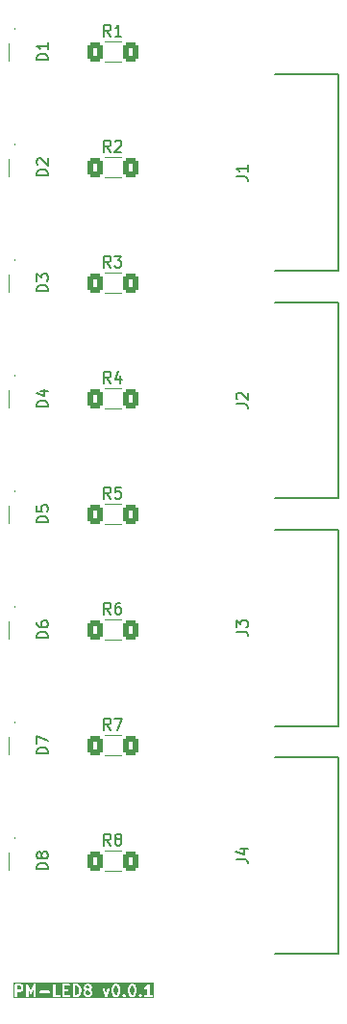
<source format=gbr>
%TF.GenerationSoftware,KiCad,Pcbnew,8.0.3-8.0.3-0~ubuntu22.04.1*%
%TF.CreationDate,2024-10-28T10:58:27+03:00*%
%TF.ProjectId,PM-LED8,504d2d4c-4544-4382-9e6b-696361645f70,rev?*%
%TF.SameCoordinates,Original*%
%TF.FileFunction,Legend,Top*%
%TF.FilePolarity,Positive*%
%FSLAX46Y46*%
G04 Gerber Fmt 4.6, Leading zero omitted, Abs format (unit mm)*
G04 Created by KiCad (PCBNEW 8.0.3-8.0.3-0~ubuntu22.04.1) date 2024-10-28 10:58:27*
%MOMM*%
%LPD*%
G01*
G04 APERTURE LIST*
G04 Aperture macros list*
%AMRoundRect*
0 Rectangle with rounded corners*
0 $1 Rounding radius*
0 $2 $3 $4 $5 $6 $7 $8 $9 X,Y pos of 4 corners*
0 Add a 4 corners polygon primitive as box body*
4,1,4,$2,$3,$4,$5,$6,$7,$8,$9,$2,$3,0*
0 Add four circle primitives for the rounded corners*
1,1,$1+$1,$2,$3*
1,1,$1+$1,$4,$5*
1,1,$1+$1,$6,$7*
1,1,$1+$1,$8,$9*
0 Add four rect primitives between the rounded corners*
20,1,$1+$1,$2,$3,$4,$5,0*
20,1,$1+$1,$4,$5,$6,$7,0*
20,1,$1+$1,$6,$7,$8,$9,0*
20,1,$1+$1,$8,$9,$2,$3,0*%
G04 Aperture macros list end*
%ADD10C,0.200000*%
%ADD11C,0.150000*%
%ADD12C,0.152400*%
%ADD13C,0.100000*%
%ADD14C,0.120000*%
%ADD15R,1.803400X0.635000*%
%ADD16R,2.997200X2.590800*%
%ADD17R,1.410000X0.630000*%
%ADD18R,0.430000X1.070000*%
%ADD19RoundRect,0.250000X-0.400000X-0.625000X0.400000X-0.625000X0.400000X0.625000X-0.400000X0.625000X0*%
%ADD20C,2.200000*%
G04 APERTURE END LIST*
D10*
G36*
X-8179830Y-41495198D02*
G01*
X-8112689Y-41560685D01*
X-8077069Y-41629289D01*
X-8033590Y-41796856D01*
X-8032184Y-41915664D01*
X-8072424Y-42082936D01*
X-8108346Y-42157606D01*
X-8175655Y-42226614D01*
X-8278837Y-42262307D01*
X-8405276Y-42263250D01*
X-8406787Y-41461485D01*
X-8287675Y-41460597D01*
X-8179830Y-41495198D01*
G37*
G36*
X-7137922Y-41918024D02*
G01*
X-7112145Y-41942686D01*
X-7081086Y-42002505D01*
X-7079775Y-42145835D01*
X-7108515Y-42205576D01*
X-7133177Y-42231354D01*
X-7192997Y-42262413D01*
X-7336326Y-42263724D01*
X-7396069Y-42234983D01*
X-7421843Y-42210324D01*
X-7452903Y-42150501D01*
X-7454214Y-42007172D01*
X-7425474Y-41947431D01*
X-7400812Y-41921654D01*
X-7340993Y-41890595D01*
X-7197663Y-41889284D01*
X-7137922Y-41918024D01*
G37*
G36*
X-7137922Y-41489453D02*
G01*
X-7112145Y-41514115D01*
X-7080649Y-41574776D01*
X-7080610Y-41576142D01*
X-7108516Y-41634150D01*
X-7133174Y-41659923D01*
X-7192997Y-41690984D01*
X-7336326Y-41692295D01*
X-7396069Y-41663554D01*
X-7421842Y-41638896D01*
X-7453340Y-41578231D01*
X-7453379Y-41576866D01*
X-7425474Y-41518860D01*
X-7400812Y-41493083D01*
X-7340993Y-41462024D01*
X-7197663Y-41460713D01*
X-7137922Y-41489453D01*
G37*
G36*
X-4709350Y-41489453D02*
G01*
X-4683573Y-41514115D01*
X-4648497Y-41581670D01*
X-4605045Y-41749131D01*
X-4603453Y-41962622D01*
X-4643852Y-42130555D01*
X-4679943Y-42205576D01*
X-4704605Y-42231354D01*
X-4764745Y-42262579D01*
X-4813209Y-42263391D01*
X-4872259Y-42234983D01*
X-4898033Y-42210324D01*
X-4933110Y-42142764D01*
X-4976562Y-41975305D01*
X-4978154Y-41761815D01*
X-4937755Y-41593881D01*
X-4901664Y-41518860D01*
X-4877002Y-41493083D01*
X-4816863Y-41461858D01*
X-4768398Y-41461046D01*
X-4709350Y-41489453D01*
G37*
G36*
X-3280779Y-41489453D02*
G01*
X-3255002Y-41514115D01*
X-3219926Y-41581670D01*
X-3176474Y-41749131D01*
X-3174882Y-41962622D01*
X-3215281Y-42130555D01*
X-3251372Y-42205576D01*
X-3276034Y-42231354D01*
X-3336174Y-42262579D01*
X-3384638Y-42263391D01*
X-3443688Y-42234983D01*
X-3469462Y-42210324D01*
X-3504539Y-42142764D01*
X-3547991Y-41975305D01*
X-3549583Y-41761815D01*
X-3509184Y-41593881D01*
X-3473093Y-41518860D01*
X-3448431Y-41493083D01*
X-3388292Y-41461858D01*
X-3339827Y-41461046D01*
X-3280779Y-41489453D01*
G37*
G36*
X-13185541Y-41489453D02*
G01*
X-13159764Y-41514115D01*
X-13128647Y-41574046D01*
X-13127513Y-41669893D01*
X-13156135Y-41729388D01*
X-13180793Y-41755161D01*
X-13240436Y-41786129D01*
X-13501411Y-41787380D01*
X-13502024Y-41461747D01*
X-13245688Y-41460517D01*
X-13185541Y-41489453D01*
G37*
G36*
X-1438757Y-42573330D02*
G01*
X-13811438Y-42573330D01*
X-13811438Y-41362219D01*
X-13700327Y-41362219D01*
X-13698406Y-42381728D01*
X-13683474Y-42417776D01*
X-13655884Y-42445366D01*
X-13619836Y-42460298D01*
X-13580818Y-42460298D01*
X-13544770Y-42445366D01*
X-13517180Y-42417776D01*
X-13502248Y-42381728D01*
X-13500327Y-42362219D01*
X-13501037Y-41985551D01*
X-13234788Y-41984274D01*
X-13231882Y-41985243D01*
X-13217058Y-41984189D01*
X-13199866Y-41984107D01*
X-13196546Y-41982731D01*
X-13192962Y-41982477D01*
X-13174654Y-41975471D01*
X-13079625Y-41926130D01*
X-13068580Y-41921556D01*
X-13064734Y-41918399D01*
X-13062826Y-41917409D01*
X-13061097Y-41915414D01*
X-13053426Y-41909120D01*
X-13005493Y-41859017D01*
X-12997518Y-41852102D01*
X-12994907Y-41847952D01*
X-12993371Y-41846348D01*
X-12992361Y-41843907D01*
X-12987075Y-41835511D01*
X-12947137Y-41752493D01*
X-12945752Y-41751109D01*
X-12941300Y-41740359D01*
X-12932450Y-41721965D01*
X-12932196Y-41718381D01*
X-12930820Y-41715061D01*
X-12928899Y-41695552D01*
X-12930416Y-41567395D01*
X-12929684Y-41565202D01*
X-12930593Y-41552419D01*
X-12930820Y-41533186D01*
X-12932196Y-41529865D01*
X-12932450Y-41526282D01*
X-12939456Y-41507973D01*
X-12988799Y-41412939D01*
X-12993371Y-41401899D01*
X-12996527Y-41398053D01*
X-12997518Y-41396145D01*
X-12999516Y-41394412D01*
X-13005808Y-41386746D01*
X-13031445Y-41362219D01*
X-12700327Y-41362219D01*
X-12698406Y-42381728D01*
X-12683474Y-42417776D01*
X-12655884Y-42445366D01*
X-12619836Y-42460298D01*
X-12580818Y-42460298D01*
X-12544770Y-42445366D01*
X-12517180Y-42417776D01*
X-12502248Y-42381728D01*
X-12500327Y-42362219D01*
X-12501371Y-41808229D01*
X-12357479Y-42114667D01*
X-12352500Y-42128356D01*
X-12349525Y-42131605D01*
X-12347621Y-42135659D01*
X-12336411Y-42145925D01*
X-12326149Y-42157131D01*
X-12322124Y-42159009D01*
X-12318846Y-42162011D01*
X-12304564Y-42167204D01*
X-12290791Y-42173632D01*
X-12286352Y-42173827D01*
X-12282177Y-42175345D01*
X-12266994Y-42174677D01*
X-12251811Y-42175345D01*
X-12247638Y-42173827D01*
X-12243196Y-42173632D01*
X-12229412Y-42167199D01*
X-12215142Y-42162010D01*
X-12211869Y-42159012D01*
X-12207839Y-42157132D01*
X-12197570Y-42145917D01*
X-12186367Y-42135659D01*
X-12183056Y-42130068D01*
X-12181487Y-42128356D01*
X-12180607Y-42125934D01*
X-12176376Y-42118793D01*
X-12032819Y-41809251D01*
X-12031740Y-42381728D01*
X-12016808Y-42417776D01*
X-11989218Y-42445366D01*
X-11953170Y-42460298D01*
X-11914152Y-42460298D01*
X-11878104Y-42445366D01*
X-11850514Y-42417776D01*
X-11835582Y-42381728D01*
X-11833661Y-42362219D01*
X-11834416Y-41961757D01*
X-11555549Y-41961757D01*
X-11555549Y-42000775D01*
X-11540617Y-42036823D01*
X-11513027Y-42064413D01*
X-11476979Y-42079345D01*
X-11457470Y-42081266D01*
X-10676056Y-42079345D01*
X-10640008Y-42064413D01*
X-10612418Y-42036823D01*
X-10597486Y-42000775D01*
X-10597486Y-41961757D01*
X-10612418Y-41925709D01*
X-10640008Y-41898119D01*
X-10676056Y-41883187D01*
X-10695565Y-41881266D01*
X-11476979Y-41883187D01*
X-11513027Y-41898119D01*
X-11540617Y-41925709D01*
X-11555549Y-41961757D01*
X-11834416Y-41961757D01*
X-11835543Y-41363484D01*
X-11835487Y-41362219D01*
X-10319375Y-41362219D01*
X-10317454Y-42381728D01*
X-10302522Y-42417776D01*
X-10274932Y-42445366D01*
X-10238884Y-42460298D01*
X-10219375Y-42462219D01*
X-9723676Y-42460298D01*
X-9687628Y-42445366D01*
X-9660038Y-42417776D01*
X-9645106Y-42381728D01*
X-9645106Y-42342710D01*
X-9660038Y-42306662D01*
X-9687628Y-42279072D01*
X-9723676Y-42264140D01*
X-9743185Y-42262219D01*
X-10119561Y-42263677D01*
X-10121259Y-41362219D01*
X-9509851Y-41362219D01*
X-9507930Y-42381728D01*
X-9492998Y-42417776D01*
X-9465408Y-42445366D01*
X-9429360Y-42460298D01*
X-9409851Y-42462219D01*
X-8914152Y-42460298D01*
X-8878104Y-42445366D01*
X-8850514Y-42417776D01*
X-8835582Y-42381728D01*
X-8835582Y-42342710D01*
X-8850514Y-42306662D01*
X-8878104Y-42279072D01*
X-8914152Y-42264140D01*
X-8933661Y-42262219D01*
X-9310037Y-42263677D01*
X-9310651Y-41937868D01*
X-9057009Y-41936488D01*
X-9020961Y-41921556D01*
X-8993371Y-41893966D01*
X-8978439Y-41857918D01*
X-8978439Y-41818900D01*
X-8993371Y-41782852D01*
X-9020961Y-41755262D01*
X-9057009Y-41740330D01*
X-9076518Y-41738409D01*
X-9311025Y-41739685D01*
X-9311548Y-41461838D01*
X-8914152Y-41460298D01*
X-8878104Y-41445366D01*
X-8850514Y-41417776D01*
X-8835582Y-41381728D01*
X-8835582Y-41362219D01*
X-8605089Y-41362219D01*
X-8603168Y-42381728D01*
X-8588236Y-42417776D01*
X-8560646Y-42445366D01*
X-8524598Y-42460298D01*
X-8505089Y-42462219D01*
X-8268289Y-42460453D01*
X-8254487Y-42461434D01*
X-8249560Y-42460313D01*
X-8247485Y-42460298D01*
X-8245043Y-42459286D01*
X-8235371Y-42457087D01*
X-8106994Y-42412678D01*
X-8104627Y-42412678D01*
X-8092635Y-42407710D01*
X-8074614Y-42401477D01*
X-8071899Y-42399122D01*
X-8068579Y-42397747D01*
X-8053426Y-42385310D01*
X-7959409Y-42288920D01*
X-7949899Y-42280673D01*
X-7947233Y-42276437D01*
X-7945751Y-42274918D01*
X-7944740Y-42272476D01*
X-7939456Y-42264082D01*
X-7896028Y-42173810D01*
X-7890861Y-42166837D01*
X-7885633Y-42152202D01*
X-7884831Y-42150536D01*
X-7884780Y-42149815D01*
X-7884266Y-42148377D01*
X-7839687Y-41963064D01*
X-7835582Y-41953156D01*
X-7834390Y-41941046D01*
X-7833779Y-41938508D01*
X-7833997Y-41937049D01*
X-7833661Y-41933647D01*
X-7835289Y-41796073D01*
X-7833779Y-41785929D01*
X-7835551Y-41773950D01*
X-7835582Y-41771281D01*
X-7836147Y-41769917D01*
X-7836647Y-41766536D01*
X-7884152Y-41583456D01*
X-7884831Y-41573901D01*
X-7890424Y-41559285D01*
X-7890861Y-41557600D01*
X-7891291Y-41557020D01*
X-7891837Y-41555592D01*
X-7893341Y-41552695D01*
X-7652708Y-41552695D01*
X-7651721Y-41587199D01*
X-7651923Y-41587807D01*
X-7651556Y-41592984D01*
X-7650787Y-41619823D01*
X-7649412Y-41623143D01*
X-7649157Y-41626727D01*
X-7642151Y-41645035D01*
X-7592811Y-41740064D01*
X-7588236Y-41751109D01*
X-7585080Y-41754955D01*
X-7584089Y-41756863D01*
X-7582095Y-41758592D01*
X-7575800Y-41766263D01*
X-7550221Y-41790735D01*
X-7576113Y-41817799D01*
X-7584089Y-41824717D01*
X-7586702Y-41828866D01*
X-7588236Y-41830471D01*
X-7589247Y-41832910D01*
X-7594532Y-41841307D01*
X-7634471Y-41924324D01*
X-7635855Y-41925709D01*
X-7640308Y-41936458D01*
X-7649157Y-41954853D01*
X-7649412Y-41958436D01*
X-7650787Y-41961757D01*
X-7652708Y-41981266D01*
X-7651103Y-42156773D01*
X-7651923Y-42159235D01*
X-7650956Y-42172850D01*
X-7650787Y-42191251D01*
X-7649412Y-42194571D01*
X-7649157Y-42198155D01*
X-7642151Y-42216463D01*
X-7592814Y-42311487D01*
X-7588237Y-42322537D01*
X-7585079Y-42326385D01*
X-7584089Y-42328291D01*
X-7582095Y-42330020D01*
X-7575800Y-42337690D01*
X-7525700Y-42385623D01*
X-7518782Y-42393600D01*
X-7514633Y-42396211D01*
X-7513028Y-42397747D01*
X-7510588Y-42398757D01*
X-7502191Y-42404043D01*
X-7419174Y-42443981D01*
X-7417789Y-42445366D01*
X-7407040Y-42449818D01*
X-7388645Y-42458668D01*
X-7385062Y-42458922D01*
X-7381741Y-42460298D01*
X-7362232Y-42462219D01*
X-7186725Y-42460613D01*
X-7184263Y-42461434D01*
X-7170648Y-42460466D01*
X-7152247Y-42460298D01*
X-7148927Y-42458922D01*
X-7145343Y-42458668D01*
X-7127035Y-42451662D01*
X-7032007Y-42402322D01*
X-7020960Y-42397747D01*
X-7017114Y-42394589D01*
X-7015207Y-42393600D01*
X-7013477Y-42391605D01*
X-7005807Y-42385310D01*
X-6957874Y-42335207D01*
X-6949899Y-42328292D01*
X-6947288Y-42324142D01*
X-6945751Y-42322537D01*
X-6944740Y-42320095D01*
X-6939456Y-42311701D01*
X-6899518Y-42228683D01*
X-6898133Y-42227299D01*
X-6893681Y-42216549D01*
X-6884831Y-42198155D01*
X-6884577Y-42194571D01*
X-6883201Y-42191251D01*
X-6881280Y-42171742D01*
X-6882886Y-41996234D01*
X-6882065Y-41993773D01*
X-6883033Y-41980157D01*
X-6883201Y-41961757D01*
X-6884577Y-41958436D01*
X-6884831Y-41954853D01*
X-6891837Y-41936544D01*
X-6941180Y-41841510D01*
X-6945752Y-41830470D01*
X-6948908Y-41826624D01*
X-6949899Y-41824716D01*
X-6951897Y-41822983D01*
X-6958189Y-41815317D01*
X-6983768Y-41790845D01*
X-6957874Y-41763779D01*
X-6949899Y-41756864D01*
X-6947288Y-41752714D01*
X-6945752Y-41751110D01*
X-6944742Y-41748669D01*
X-6939456Y-41740273D01*
X-6924973Y-41710167D01*
X-5984968Y-41710167D01*
X-5980215Y-41729186D01*
X-5745169Y-42381870D01*
X-5744935Y-42386574D01*
X-5738846Y-42399429D01*
X-5733750Y-42413579D01*
X-5730380Y-42417301D01*
X-5728232Y-42421836D01*
X-5717381Y-42431659D01*
X-5707563Y-42442504D01*
X-5703031Y-42444651D01*
X-5699306Y-42448023D01*
X-5685516Y-42452947D01*
X-5672301Y-42459208D01*
X-5667291Y-42459457D01*
X-5662561Y-42461146D01*
X-5647940Y-42460418D01*
X-5633331Y-42461145D01*
X-5628606Y-42459457D01*
X-5623591Y-42459208D01*
X-5610365Y-42452942D01*
X-5596586Y-42448022D01*
X-5592866Y-42444653D01*
X-5588329Y-42442505D01*
X-5578507Y-42431654D01*
X-5567660Y-42421836D01*
X-5565513Y-42417301D01*
X-5562142Y-42413579D01*
X-5553772Y-42395853D01*
X-5322613Y-41743171D01*
X-5176517Y-41743171D01*
X-5174787Y-41975288D01*
X-5176399Y-41986127D01*
X-5174616Y-41998188D01*
X-5174596Y-42000775D01*
X-5174032Y-42002138D01*
X-5173531Y-42005520D01*
X-5126027Y-42188599D01*
X-5125347Y-42198155D01*
X-5119756Y-42212767D01*
X-5119317Y-42214456D01*
X-5118887Y-42215036D01*
X-5118341Y-42216463D01*
X-5069004Y-42311487D01*
X-5064427Y-42322537D01*
X-5061269Y-42326385D01*
X-5060279Y-42328291D01*
X-5058285Y-42330020D01*
X-5051990Y-42337690D01*
X-5001890Y-42385623D01*
X-4994972Y-42393600D01*
X-4990823Y-42396211D01*
X-4989218Y-42397747D01*
X-4986778Y-42398757D01*
X-4978381Y-42404043D01*
X-4895364Y-42443981D01*
X-4893979Y-42445366D01*
X-4883230Y-42449818D01*
X-4864835Y-42458668D01*
X-4861252Y-42458922D01*
X-4857931Y-42460298D01*
X-4838422Y-42462219D01*
X-4757405Y-42460862D01*
X-4755691Y-42461434D01*
X-4744647Y-42460649D01*
X-4723675Y-42460298D01*
X-4720355Y-42458922D01*
X-4716771Y-42458668D01*
X-4698463Y-42451662D01*
X-4603435Y-42402322D01*
X-4592388Y-42397747D01*
X-4588542Y-42394589D01*
X-4586635Y-42393600D01*
X-4584905Y-42391605D01*
X-4577235Y-42385310D01*
X-4529302Y-42335207D01*
X-4521327Y-42328292D01*
X-4518716Y-42324142D01*
X-4517179Y-42322537D01*
X-4516168Y-42320095D01*
X-4510884Y-42311701D01*
X-4502893Y-42295091D01*
X-4222215Y-42295091D01*
X-4222215Y-42334109D01*
X-4216625Y-42347604D01*
X-4207283Y-42370158D01*
X-4207279Y-42370162D01*
X-4194847Y-42385311D01*
X-4132075Y-42445366D01*
X-4125662Y-42448022D01*
X-4096026Y-42460298D01*
X-4057008Y-42460298D01*
X-4020960Y-42445366D01*
X-4005806Y-42432930D01*
X-3945751Y-42370158D01*
X-3938999Y-42353856D01*
X-3930820Y-42334110D01*
X-3930819Y-42295092D01*
X-3945750Y-42259043D01*
X-3958187Y-42243890D01*
X-4020959Y-42183833D01*
X-4041451Y-42175345D01*
X-4045587Y-42173632D01*
X-4057008Y-42168901D01*
X-4096026Y-42168901D01*
X-4106584Y-42173274D01*
X-4132074Y-42183832D01*
X-4132075Y-42183833D01*
X-4147229Y-42196270D01*
X-4207284Y-42259043D01*
X-4216243Y-42280673D01*
X-4222215Y-42295091D01*
X-4502893Y-42295091D01*
X-4467456Y-42221429D01*
X-4462289Y-42214456D01*
X-4457061Y-42199821D01*
X-4456259Y-42198155D01*
X-4456208Y-42197434D01*
X-4455694Y-42195996D01*
X-4411115Y-42010683D01*
X-4407010Y-42000775D01*
X-4405818Y-41988665D01*
X-4405207Y-41986127D01*
X-4405425Y-41984668D01*
X-4405089Y-41981266D01*
X-4406820Y-41749148D01*
X-4405930Y-41743171D01*
X-3747946Y-41743171D01*
X-3746216Y-41975288D01*
X-3747828Y-41986127D01*
X-3746045Y-41998188D01*
X-3746025Y-42000775D01*
X-3745461Y-42002138D01*
X-3744960Y-42005520D01*
X-3697456Y-42188599D01*
X-3696776Y-42198155D01*
X-3691185Y-42212767D01*
X-3690746Y-42214456D01*
X-3690316Y-42215036D01*
X-3689770Y-42216463D01*
X-3640433Y-42311487D01*
X-3635856Y-42322537D01*
X-3632698Y-42326385D01*
X-3631708Y-42328291D01*
X-3629714Y-42330020D01*
X-3623419Y-42337690D01*
X-3573319Y-42385623D01*
X-3566401Y-42393600D01*
X-3562252Y-42396211D01*
X-3560647Y-42397747D01*
X-3558207Y-42398757D01*
X-3549810Y-42404043D01*
X-3466793Y-42443981D01*
X-3465408Y-42445366D01*
X-3454659Y-42449818D01*
X-3436264Y-42458668D01*
X-3432681Y-42458922D01*
X-3429360Y-42460298D01*
X-3409851Y-42462219D01*
X-3328834Y-42460862D01*
X-3327120Y-42461434D01*
X-3316076Y-42460649D01*
X-3295104Y-42460298D01*
X-3291784Y-42458922D01*
X-3288200Y-42458668D01*
X-3269892Y-42451662D01*
X-3174864Y-42402322D01*
X-3163817Y-42397747D01*
X-3159971Y-42394589D01*
X-3158064Y-42393600D01*
X-3156334Y-42391605D01*
X-3148664Y-42385310D01*
X-3100731Y-42335207D01*
X-3092756Y-42328292D01*
X-3090145Y-42324142D01*
X-3088608Y-42322537D01*
X-3087597Y-42320095D01*
X-3082313Y-42311701D01*
X-3074322Y-42295091D01*
X-2793644Y-42295091D01*
X-2793644Y-42334109D01*
X-2788054Y-42347604D01*
X-2778712Y-42370158D01*
X-2778708Y-42370162D01*
X-2766276Y-42385311D01*
X-2703504Y-42445366D01*
X-2697091Y-42448022D01*
X-2667455Y-42460298D01*
X-2628437Y-42460298D01*
X-2592389Y-42445366D01*
X-2577235Y-42432930D01*
X-2517180Y-42370158D01*
X-2510428Y-42353856D01*
X-2502249Y-42334110D01*
X-2502248Y-42295092D01*
X-2517179Y-42259043D01*
X-2529616Y-42243890D01*
X-2592388Y-42183833D01*
X-2612880Y-42175345D01*
X-2617016Y-42173632D01*
X-2628437Y-42168901D01*
X-2667455Y-42168901D01*
X-2678013Y-42173274D01*
X-2703503Y-42183832D01*
X-2703504Y-42183833D01*
X-2718658Y-42196270D01*
X-2778713Y-42259043D01*
X-2787672Y-42280673D01*
X-2793644Y-42295091D01*
X-3074322Y-42295091D01*
X-3038885Y-42221429D01*
X-3033718Y-42214456D01*
X-3028490Y-42199821D01*
X-3027688Y-42198155D01*
X-3027637Y-42197434D01*
X-3027123Y-42195996D01*
X-2982544Y-42010683D01*
X-2978439Y-42000775D01*
X-2977247Y-41988665D01*
X-2976636Y-41986127D01*
X-2976854Y-41984668D01*
X-2976518Y-41981266D01*
X-2978249Y-41749148D01*
X-2976636Y-41738310D01*
X-2978420Y-41726248D01*
X-2978439Y-41723662D01*
X-2979004Y-41722298D01*
X-2979504Y-41718917D01*
X-3001168Y-41635426D01*
X-2318590Y-41635426D01*
X-2315824Y-41674346D01*
X-2298375Y-41709245D01*
X-2268898Y-41734809D01*
X-2231882Y-41747148D01*
X-2192962Y-41744382D01*
X-2174654Y-41737376D01*
X-2079625Y-41688035D01*
X-2068580Y-41683461D01*
X-2064734Y-41680304D01*
X-2062826Y-41679314D01*
X-2061097Y-41677319D01*
X-2053426Y-41671025D01*
X-2033119Y-41650204D01*
X-2031963Y-42263467D01*
X-2238884Y-42264140D01*
X-2274932Y-42279072D01*
X-2302522Y-42306662D01*
X-2317454Y-42342710D01*
X-2317454Y-42381728D01*
X-2302522Y-42417776D01*
X-2274932Y-42445366D01*
X-2238884Y-42460298D01*
X-2219375Y-42462219D01*
X-1628438Y-42460298D01*
X-1592390Y-42445366D01*
X-1564800Y-42417776D01*
X-1549868Y-42381728D01*
X-1549868Y-42342710D01*
X-1564800Y-42306662D01*
X-1592390Y-42279072D01*
X-1628438Y-42264140D01*
X-1647947Y-42262219D01*
X-1833849Y-42262823D01*
X-1835528Y-41371550D01*
X-1833661Y-41362114D01*
X-1835564Y-41352602D01*
X-1835582Y-41342710D01*
X-1839372Y-41333561D01*
X-1841313Y-41323854D01*
X-1846765Y-41315713D01*
X-1850514Y-41306662D01*
X-1857514Y-41299662D01*
X-1863024Y-41291434D01*
X-1871179Y-41285997D01*
X-1878104Y-41279072D01*
X-1887248Y-41275284D01*
X-1895489Y-41269790D01*
X-1905103Y-41267888D01*
X-1914152Y-41264140D01*
X-1924053Y-41264140D01*
X-1933765Y-41262219D01*
X-1943370Y-41264140D01*
X-1953170Y-41264140D01*
X-1962319Y-41267929D01*
X-1972026Y-41269871D01*
X-1980167Y-41275322D01*
X-1989218Y-41279072D01*
X-1996218Y-41286071D01*
X-2004446Y-41291582D01*
X-2016735Y-41306588D01*
X-2016808Y-41306662D01*
X-2016822Y-41306694D01*
X-2016866Y-41306749D01*
X-2101100Y-41435892D01*
X-2179746Y-41516523D01*
X-2280687Y-41568933D01*
X-2306251Y-41598410D01*
X-2318590Y-41635426D01*
X-3001168Y-41635426D01*
X-3027009Y-41535837D01*
X-3027688Y-41526282D01*
X-3033281Y-41511666D01*
X-3033718Y-41509981D01*
X-3034148Y-41509401D01*
X-3034694Y-41507973D01*
X-3084037Y-41412939D01*
X-3088609Y-41401899D01*
X-3091765Y-41398053D01*
X-3092756Y-41396145D01*
X-3094754Y-41394412D01*
X-3101046Y-41386746D01*
X-3151147Y-41338814D01*
X-3158064Y-41330838D01*
X-3162214Y-41328225D01*
X-3163818Y-41326691D01*
X-3166258Y-41325680D01*
X-3174654Y-41320395D01*
X-3257672Y-41280456D01*
X-3259056Y-41279072D01*
X-3269806Y-41274619D01*
X-3288200Y-41265770D01*
X-3291784Y-41265515D01*
X-3295104Y-41264140D01*
X-3314613Y-41262219D01*
X-3395631Y-41263575D01*
X-3397344Y-41263004D01*
X-3408389Y-41263788D01*
X-3429360Y-41264140D01*
X-3432681Y-41265515D01*
X-3436264Y-41265770D01*
X-3454573Y-41272776D01*
X-3549607Y-41322118D01*
X-3560647Y-41326691D01*
X-3564493Y-41329846D01*
X-3566401Y-41330838D01*
X-3568134Y-41332835D01*
X-3575800Y-41339128D01*
X-3623732Y-41389228D01*
X-3631708Y-41396146D01*
X-3634321Y-41400295D01*
X-3635855Y-41401900D01*
X-3636866Y-41404339D01*
X-3642151Y-41412736D01*
X-3685580Y-41503007D01*
X-3690746Y-41509981D01*
X-3695974Y-41524613D01*
X-3696776Y-41526282D01*
X-3696828Y-41527004D01*
X-3697341Y-41528442D01*
X-3741921Y-41713752D01*
X-3746025Y-41723662D01*
X-3747218Y-41735771D01*
X-3747828Y-41738310D01*
X-3747611Y-41739768D01*
X-3747946Y-41743171D01*
X-4405930Y-41743171D01*
X-4405207Y-41738310D01*
X-4406991Y-41726248D01*
X-4407010Y-41723662D01*
X-4407575Y-41722298D01*
X-4408075Y-41718917D01*
X-4455580Y-41535837D01*
X-4456259Y-41526282D01*
X-4461852Y-41511666D01*
X-4462289Y-41509981D01*
X-4462719Y-41509401D01*
X-4463265Y-41507973D01*
X-4512608Y-41412939D01*
X-4517180Y-41401899D01*
X-4520336Y-41398053D01*
X-4521327Y-41396145D01*
X-4523325Y-41394412D01*
X-4529617Y-41386746D01*
X-4579718Y-41338814D01*
X-4586635Y-41330838D01*
X-4590785Y-41328225D01*
X-4592389Y-41326691D01*
X-4594829Y-41325680D01*
X-4603225Y-41320395D01*
X-4686243Y-41280456D01*
X-4687627Y-41279072D01*
X-4698377Y-41274619D01*
X-4716771Y-41265770D01*
X-4720355Y-41265515D01*
X-4723675Y-41264140D01*
X-4743184Y-41262219D01*
X-4824202Y-41263575D01*
X-4825915Y-41263004D01*
X-4836960Y-41263788D01*
X-4857931Y-41264140D01*
X-4861252Y-41265515D01*
X-4864835Y-41265770D01*
X-4883144Y-41272776D01*
X-4978178Y-41322118D01*
X-4989218Y-41326691D01*
X-4993064Y-41329846D01*
X-4994972Y-41330838D01*
X-4996705Y-41332835D01*
X-5004371Y-41339128D01*
X-5052303Y-41389228D01*
X-5060279Y-41396146D01*
X-5062892Y-41400295D01*
X-5064426Y-41401900D01*
X-5065437Y-41404339D01*
X-5070722Y-41412736D01*
X-5114151Y-41503007D01*
X-5119317Y-41509981D01*
X-5124545Y-41524613D01*
X-5125347Y-41526282D01*
X-5125399Y-41527004D01*
X-5125912Y-41528442D01*
X-5170492Y-41713752D01*
X-5174596Y-41723662D01*
X-5175789Y-41735771D01*
X-5176399Y-41738310D01*
X-5176182Y-41739768D01*
X-5176517Y-41743171D01*
X-5322613Y-41743171D01*
X-5310924Y-41710167D01*
X-5312862Y-41671197D01*
X-5329565Y-41635935D01*
X-5358491Y-41609749D01*
X-5395236Y-41596626D01*
X-5434206Y-41598563D01*
X-5469468Y-41615267D01*
X-5495655Y-41644192D01*
X-5504025Y-41661919D01*
X-5647732Y-42067675D01*
X-5800237Y-41644192D01*
X-5826424Y-41615266D01*
X-5861686Y-41598563D01*
X-5900656Y-41596625D01*
X-5937401Y-41609748D01*
X-5966327Y-41635935D01*
X-5983030Y-41671197D01*
X-5984968Y-41710167D01*
X-6924973Y-41710167D01*
X-6899518Y-41657255D01*
X-6898133Y-41655871D01*
X-6893681Y-41645121D01*
X-6884831Y-41626727D01*
X-6884577Y-41623143D01*
X-6883201Y-41619823D01*
X-6881280Y-41600314D01*
X-6882268Y-41565809D01*
X-6882065Y-41565202D01*
X-6882433Y-41560024D01*
X-6883201Y-41533186D01*
X-6884577Y-41529865D01*
X-6884831Y-41526282D01*
X-6891837Y-41507973D01*
X-6941180Y-41412939D01*
X-6945752Y-41401899D01*
X-6948908Y-41398053D01*
X-6949899Y-41396145D01*
X-6951897Y-41394412D01*
X-6958189Y-41386746D01*
X-7008290Y-41338814D01*
X-7015207Y-41330838D01*
X-7019357Y-41328225D01*
X-7020961Y-41326691D01*
X-7023401Y-41325680D01*
X-7031797Y-41320395D01*
X-7114815Y-41280456D01*
X-7116199Y-41279072D01*
X-7126949Y-41274619D01*
X-7145343Y-41265770D01*
X-7148927Y-41265515D01*
X-7152247Y-41264140D01*
X-7171756Y-41262219D01*
X-7347264Y-41263824D01*
X-7349725Y-41263004D01*
X-7363341Y-41263971D01*
X-7381741Y-41264140D01*
X-7385062Y-41265515D01*
X-7388645Y-41265770D01*
X-7406954Y-41272776D01*
X-7501988Y-41322118D01*
X-7513028Y-41326691D01*
X-7516874Y-41329846D01*
X-7518782Y-41330838D01*
X-7520515Y-41332835D01*
X-7528181Y-41339128D01*
X-7576113Y-41389228D01*
X-7584089Y-41396146D01*
X-7586702Y-41400295D01*
X-7588236Y-41401900D01*
X-7589247Y-41404339D01*
X-7594532Y-41412736D01*
X-7634471Y-41495753D01*
X-7635855Y-41497138D01*
X-7640308Y-41507887D01*
X-7649157Y-41526282D01*
X-7649412Y-41529865D01*
X-7650787Y-41533186D01*
X-7652708Y-41552695D01*
X-7893341Y-41552695D01*
X-7941180Y-41460558D01*
X-7945752Y-41449519D01*
X-7948908Y-41445674D01*
X-7949899Y-41443764D01*
X-7951897Y-41442031D01*
X-7958188Y-41434365D01*
X-8044133Y-41350536D01*
X-8045138Y-41348526D01*
X-8054668Y-41340260D01*
X-8068580Y-41326691D01*
X-8071899Y-41325316D01*
X-8074614Y-41322961D01*
X-8092515Y-41314970D01*
X-8235595Y-41269065D01*
X-8247485Y-41264140D01*
X-8252479Y-41263648D01*
X-8254487Y-41263004D01*
X-8257121Y-41263191D01*
X-8266994Y-41262219D01*
X-8524598Y-41264140D01*
X-8560646Y-41279072D01*
X-8588236Y-41306662D01*
X-8603168Y-41342710D01*
X-8605089Y-41362219D01*
X-8835582Y-41362219D01*
X-8835582Y-41342710D01*
X-8850514Y-41306662D01*
X-8878104Y-41279072D01*
X-8914152Y-41264140D01*
X-8933661Y-41262219D01*
X-9429360Y-41264140D01*
X-9465408Y-41279072D01*
X-9492998Y-41306662D01*
X-9507930Y-41342710D01*
X-9509851Y-41362219D01*
X-10121259Y-41362219D01*
X-10121296Y-41342710D01*
X-10136228Y-41306662D01*
X-10163818Y-41279072D01*
X-10199866Y-41264140D01*
X-10238884Y-41264140D01*
X-10274932Y-41279072D01*
X-10302522Y-41306662D01*
X-10317454Y-41342710D01*
X-10319375Y-41362219D01*
X-11835487Y-41362219D01*
X-11834820Y-41347036D01*
X-11835578Y-41344952D01*
X-11835582Y-41342710D01*
X-11842223Y-41326679D01*
X-11848154Y-41310367D01*
X-11849661Y-41308721D01*
X-11850514Y-41306662D01*
X-11862776Y-41294400D01*
X-11874506Y-41281591D01*
X-11876530Y-41280646D01*
X-11878104Y-41279072D01*
X-11894120Y-41272437D01*
X-11909863Y-41265091D01*
X-11912093Y-41264993D01*
X-11914152Y-41264140D01*
X-11931504Y-41264140D01*
X-11948844Y-41263378D01*
X-11950940Y-41264140D01*
X-11953170Y-41264140D01*
X-11969201Y-41270780D01*
X-11985513Y-41276712D01*
X-11987159Y-41278218D01*
X-11989218Y-41279072D01*
X-12001486Y-41291339D01*
X-12014288Y-41303064D01*
X-12015855Y-41305708D01*
X-12016808Y-41306662D01*
X-12017712Y-41308843D01*
X-12024279Y-41319930D01*
X-12266518Y-41842249D01*
X-12510964Y-41321669D01*
X-12517180Y-41306662D01*
X-12518746Y-41305096D01*
X-12519700Y-41303064D01*
X-12532497Y-41291345D01*
X-12544770Y-41279072D01*
X-12546832Y-41278218D01*
X-12548475Y-41276713D01*
X-12564777Y-41270784D01*
X-12580818Y-41264140D01*
X-12583049Y-41264140D01*
X-12585144Y-41263378D01*
X-12602484Y-41264140D01*
X-12619836Y-41264140D01*
X-12621896Y-41264993D01*
X-12624124Y-41265091D01*
X-12639855Y-41272432D01*
X-12655884Y-41279072D01*
X-12657461Y-41280648D01*
X-12659482Y-41281592D01*
X-12671201Y-41294388D01*
X-12683474Y-41306662D01*
X-12684328Y-41308723D01*
X-12685833Y-41310367D01*
X-12691762Y-41326668D01*
X-12698406Y-41342710D01*
X-12698708Y-41345768D01*
X-12699168Y-41347036D01*
X-12699065Y-41349395D01*
X-12700327Y-41362219D01*
X-13031445Y-41362219D01*
X-13055909Y-41338814D01*
X-13062826Y-41330838D01*
X-13066976Y-41328225D01*
X-13068580Y-41326691D01*
X-13071020Y-41325680D01*
X-13079416Y-41320395D01*
X-13162434Y-41280456D01*
X-13163818Y-41279072D01*
X-13174568Y-41274619D01*
X-13192962Y-41265770D01*
X-13196546Y-41265515D01*
X-13199866Y-41264140D01*
X-13219375Y-41262219D01*
X-13619836Y-41264140D01*
X-13655884Y-41279072D01*
X-13683474Y-41306662D01*
X-13698406Y-41342710D01*
X-13700327Y-41362219D01*
X-13811438Y-41362219D01*
X-13811438Y-41151108D01*
X-1438757Y-41151108D01*
X-1438757Y-42573330D01*
G37*
D11*
X5804819Y-10333333D02*
X6519104Y-10333333D01*
X6519104Y-10333333D02*
X6661961Y-10380952D01*
X6661961Y-10380952D02*
X6757200Y-10476190D01*
X6757200Y-10476190D02*
X6804819Y-10619047D01*
X6804819Y-10619047D02*
X6804819Y-10714285D01*
X5804819Y-9952380D02*
X5804819Y-9333333D01*
X5804819Y-9333333D02*
X6185771Y-9666666D01*
X6185771Y-9666666D02*
X6185771Y-9523809D01*
X6185771Y-9523809D02*
X6233390Y-9428571D01*
X6233390Y-9428571D02*
X6281009Y-9380952D01*
X6281009Y-9380952D02*
X6376247Y-9333333D01*
X6376247Y-9333333D02*
X6614342Y-9333333D01*
X6614342Y-9333333D02*
X6709580Y-9380952D01*
X6709580Y-9380952D02*
X6757200Y-9428571D01*
X6757200Y-9428571D02*
X6804819Y-9523809D01*
X6804819Y-9523809D02*
X6804819Y-9809523D01*
X6804819Y-9809523D02*
X6757200Y-9904761D01*
X6757200Y-9904761D02*
X6709580Y-9952380D01*
X-10769181Y29741906D02*
X-11769181Y29741906D01*
X-11769181Y29741906D02*
X-11769181Y29980001D01*
X-11769181Y29980001D02*
X-11721562Y30122858D01*
X-11721562Y30122858D02*
X-11626324Y30218096D01*
X-11626324Y30218096D02*
X-11531086Y30265715D01*
X-11531086Y30265715D02*
X-11340610Y30313334D01*
X-11340610Y30313334D02*
X-11197753Y30313334D01*
X-11197753Y30313334D02*
X-11007277Y30265715D01*
X-11007277Y30265715D02*
X-10912039Y30218096D01*
X-10912039Y30218096D02*
X-10816800Y30122858D01*
X-10816800Y30122858D02*
X-10769181Y29980001D01*
X-10769181Y29980001D02*
X-10769181Y29741906D01*
X-11673943Y30694287D02*
X-11721562Y30741906D01*
X-11721562Y30741906D02*
X-11769181Y30837144D01*
X-11769181Y30837144D02*
X-11769181Y31075239D01*
X-11769181Y31075239D02*
X-11721562Y31170477D01*
X-11721562Y31170477D02*
X-11673943Y31218096D01*
X-11673943Y31218096D02*
X-11578705Y31265715D01*
X-11578705Y31265715D02*
X-11483467Y31265715D01*
X-11483467Y31265715D02*
X-11340610Y31218096D01*
X-11340610Y31218096D02*
X-10769181Y30646668D01*
X-10769181Y30646668D02*
X-10769181Y31265715D01*
X-5246667Y21685181D02*
X-5580000Y22161372D01*
X-5818095Y21685181D02*
X-5818095Y22685181D01*
X-5818095Y22685181D02*
X-5437143Y22685181D01*
X-5437143Y22685181D02*
X-5341905Y22637562D01*
X-5341905Y22637562D02*
X-5294286Y22589943D01*
X-5294286Y22589943D02*
X-5246667Y22494705D01*
X-5246667Y22494705D02*
X-5246667Y22351848D01*
X-5246667Y22351848D02*
X-5294286Y22256610D01*
X-5294286Y22256610D02*
X-5341905Y22208991D01*
X-5341905Y22208991D02*
X-5437143Y22161372D01*
X-5437143Y22161372D02*
X-5818095Y22161372D01*
X-4913333Y22685181D02*
X-4294286Y22685181D01*
X-4294286Y22685181D02*
X-4627619Y22304229D01*
X-4627619Y22304229D02*
X-4484762Y22304229D01*
X-4484762Y22304229D02*
X-4389524Y22256610D01*
X-4389524Y22256610D02*
X-4341905Y22208991D01*
X-4341905Y22208991D02*
X-4294286Y22113753D01*
X-4294286Y22113753D02*
X-4294286Y21875658D01*
X-4294286Y21875658D02*
X-4341905Y21780420D01*
X-4341905Y21780420D02*
X-4389524Y21732800D01*
X-4389524Y21732800D02*
X-4484762Y21685181D01*
X-4484762Y21685181D02*
X-4770476Y21685181D01*
X-4770476Y21685181D02*
X-4865714Y21732800D01*
X-4865714Y21732800D02*
X-4913333Y21780420D01*
X-10769181Y39901906D02*
X-11769181Y39901906D01*
X-11769181Y39901906D02*
X-11769181Y40140001D01*
X-11769181Y40140001D02*
X-11721562Y40282858D01*
X-11721562Y40282858D02*
X-11626324Y40378096D01*
X-11626324Y40378096D02*
X-11531086Y40425715D01*
X-11531086Y40425715D02*
X-11340610Y40473334D01*
X-11340610Y40473334D02*
X-11197753Y40473334D01*
X-11197753Y40473334D02*
X-11007277Y40425715D01*
X-11007277Y40425715D02*
X-10912039Y40378096D01*
X-10912039Y40378096D02*
X-10816800Y40282858D01*
X-10816800Y40282858D02*
X-10769181Y40140001D01*
X-10769181Y40140001D02*
X-10769181Y39901906D01*
X-10769181Y41425715D02*
X-10769181Y40854287D01*
X-10769181Y41140001D02*
X-11769181Y41140001D01*
X-11769181Y41140001D02*
X-11626324Y41044763D01*
X-11626324Y41044763D02*
X-11531086Y40949525D01*
X-11531086Y40949525D02*
X-11483467Y40854287D01*
X-5246667Y-18954819D02*
X-5580000Y-18478628D01*
X-5818095Y-18954819D02*
X-5818095Y-17954819D01*
X-5818095Y-17954819D02*
X-5437143Y-17954819D01*
X-5437143Y-17954819D02*
X-5341905Y-18002438D01*
X-5341905Y-18002438D02*
X-5294286Y-18050057D01*
X-5294286Y-18050057D02*
X-5246667Y-18145295D01*
X-5246667Y-18145295D02*
X-5246667Y-18288152D01*
X-5246667Y-18288152D02*
X-5294286Y-18383390D01*
X-5294286Y-18383390D02*
X-5341905Y-18431009D01*
X-5341905Y-18431009D02*
X-5437143Y-18478628D01*
X-5437143Y-18478628D02*
X-5818095Y-18478628D01*
X-4913333Y-17954819D02*
X-4246667Y-17954819D01*
X-4246667Y-17954819D02*
X-4675238Y-18954819D01*
X-5246667Y1365181D02*
X-5580000Y1841372D01*
X-5818095Y1365181D02*
X-5818095Y2365181D01*
X-5818095Y2365181D02*
X-5437143Y2365181D01*
X-5437143Y2365181D02*
X-5341905Y2317562D01*
X-5341905Y2317562D02*
X-5294286Y2269943D01*
X-5294286Y2269943D02*
X-5246667Y2174705D01*
X-5246667Y2174705D02*
X-5246667Y2031848D01*
X-5246667Y2031848D02*
X-5294286Y1936610D01*
X-5294286Y1936610D02*
X-5341905Y1888991D01*
X-5341905Y1888991D02*
X-5437143Y1841372D01*
X-5437143Y1841372D02*
X-5818095Y1841372D01*
X-4341905Y2365181D02*
X-4818095Y2365181D01*
X-4818095Y2365181D02*
X-4865714Y1888991D01*
X-4865714Y1888991D02*
X-4818095Y1936610D01*
X-4818095Y1936610D02*
X-4722857Y1984229D01*
X-4722857Y1984229D02*
X-4484762Y1984229D01*
X-4484762Y1984229D02*
X-4389524Y1936610D01*
X-4389524Y1936610D02*
X-4341905Y1888991D01*
X-4341905Y1888991D02*
X-4294286Y1793753D01*
X-4294286Y1793753D02*
X-4294286Y1555658D01*
X-4294286Y1555658D02*
X-4341905Y1460420D01*
X-4341905Y1460420D02*
X-4389524Y1412800D01*
X-4389524Y1412800D02*
X-4484762Y1365181D01*
X-4484762Y1365181D02*
X-4722857Y1365181D01*
X-4722857Y1365181D02*
X-4818095Y1412800D01*
X-4818095Y1412800D02*
X-4865714Y1460420D01*
X-5246667Y42005181D02*
X-5580000Y42481372D01*
X-5818095Y42005181D02*
X-5818095Y43005181D01*
X-5818095Y43005181D02*
X-5437143Y43005181D01*
X-5437143Y43005181D02*
X-5341905Y42957562D01*
X-5341905Y42957562D02*
X-5294286Y42909943D01*
X-5294286Y42909943D02*
X-5246667Y42814705D01*
X-5246667Y42814705D02*
X-5246667Y42671848D01*
X-5246667Y42671848D02*
X-5294286Y42576610D01*
X-5294286Y42576610D02*
X-5341905Y42528991D01*
X-5341905Y42528991D02*
X-5437143Y42481372D01*
X-5437143Y42481372D02*
X-5818095Y42481372D01*
X-4294286Y42005181D02*
X-4865714Y42005181D01*
X-4580000Y42005181D02*
X-4580000Y43005181D01*
X-4580000Y43005181D02*
X-4675238Y42862324D01*
X-4675238Y42862324D02*
X-4770476Y42767086D01*
X-4770476Y42767086D02*
X-4865714Y42719467D01*
X-10769181Y-31218094D02*
X-11769181Y-31218094D01*
X-11769181Y-31218094D02*
X-11769181Y-30979999D01*
X-11769181Y-30979999D02*
X-11721562Y-30837142D01*
X-11721562Y-30837142D02*
X-11626324Y-30741904D01*
X-11626324Y-30741904D02*
X-11531086Y-30694285D01*
X-11531086Y-30694285D02*
X-11340610Y-30646666D01*
X-11340610Y-30646666D02*
X-11197753Y-30646666D01*
X-11197753Y-30646666D02*
X-11007277Y-30694285D01*
X-11007277Y-30694285D02*
X-10912039Y-30741904D01*
X-10912039Y-30741904D02*
X-10816800Y-30837142D01*
X-10816800Y-30837142D02*
X-10769181Y-30979999D01*
X-10769181Y-30979999D02*
X-10769181Y-31218094D01*
X-11340610Y-30075237D02*
X-11388229Y-30170475D01*
X-11388229Y-30170475D02*
X-11435848Y-30218094D01*
X-11435848Y-30218094D02*
X-11531086Y-30265713D01*
X-11531086Y-30265713D02*
X-11578705Y-30265713D01*
X-11578705Y-30265713D02*
X-11673943Y-30218094D01*
X-11673943Y-30218094D02*
X-11721562Y-30170475D01*
X-11721562Y-30170475D02*
X-11769181Y-30075237D01*
X-11769181Y-30075237D02*
X-11769181Y-29884761D01*
X-11769181Y-29884761D02*
X-11721562Y-29789523D01*
X-11721562Y-29789523D02*
X-11673943Y-29741904D01*
X-11673943Y-29741904D02*
X-11578705Y-29694285D01*
X-11578705Y-29694285D02*
X-11531086Y-29694285D01*
X-11531086Y-29694285D02*
X-11435848Y-29741904D01*
X-11435848Y-29741904D02*
X-11388229Y-29789523D01*
X-11388229Y-29789523D02*
X-11340610Y-29884761D01*
X-11340610Y-29884761D02*
X-11340610Y-30075237D01*
X-11340610Y-30075237D02*
X-11292991Y-30170475D01*
X-11292991Y-30170475D02*
X-11245372Y-30218094D01*
X-11245372Y-30218094D02*
X-11150134Y-30265713D01*
X-11150134Y-30265713D02*
X-10959658Y-30265713D01*
X-10959658Y-30265713D02*
X-10864420Y-30218094D01*
X-10864420Y-30218094D02*
X-10816800Y-30170475D01*
X-10816800Y-30170475D02*
X-10769181Y-30075237D01*
X-10769181Y-30075237D02*
X-10769181Y-29884761D01*
X-10769181Y-29884761D02*
X-10816800Y-29789523D01*
X-10816800Y-29789523D02*
X-10864420Y-29741904D01*
X-10864420Y-29741904D02*
X-10959658Y-29694285D01*
X-10959658Y-29694285D02*
X-11150134Y-29694285D01*
X-11150134Y-29694285D02*
X-11245372Y-29741904D01*
X-11245372Y-29741904D02*
X-11292991Y-29789523D01*
X-11292991Y-29789523D02*
X-11340610Y-29884761D01*
X-5246667Y-29114819D02*
X-5580000Y-28638628D01*
X-5818095Y-29114819D02*
X-5818095Y-28114819D01*
X-5818095Y-28114819D02*
X-5437143Y-28114819D01*
X-5437143Y-28114819D02*
X-5341905Y-28162438D01*
X-5341905Y-28162438D02*
X-5294286Y-28210057D01*
X-5294286Y-28210057D02*
X-5246667Y-28305295D01*
X-5246667Y-28305295D02*
X-5246667Y-28448152D01*
X-5246667Y-28448152D02*
X-5294286Y-28543390D01*
X-5294286Y-28543390D02*
X-5341905Y-28591009D01*
X-5341905Y-28591009D02*
X-5437143Y-28638628D01*
X-5437143Y-28638628D02*
X-5818095Y-28638628D01*
X-4675238Y-28543390D02*
X-4770476Y-28495771D01*
X-4770476Y-28495771D02*
X-4818095Y-28448152D01*
X-4818095Y-28448152D02*
X-4865714Y-28352914D01*
X-4865714Y-28352914D02*
X-4865714Y-28305295D01*
X-4865714Y-28305295D02*
X-4818095Y-28210057D01*
X-4818095Y-28210057D02*
X-4770476Y-28162438D01*
X-4770476Y-28162438D02*
X-4675238Y-28114819D01*
X-4675238Y-28114819D02*
X-4484762Y-28114819D01*
X-4484762Y-28114819D02*
X-4389524Y-28162438D01*
X-4389524Y-28162438D02*
X-4341905Y-28210057D01*
X-4341905Y-28210057D02*
X-4294286Y-28305295D01*
X-4294286Y-28305295D02*
X-4294286Y-28352914D01*
X-4294286Y-28352914D02*
X-4341905Y-28448152D01*
X-4341905Y-28448152D02*
X-4389524Y-28495771D01*
X-4389524Y-28495771D02*
X-4484762Y-28543390D01*
X-4484762Y-28543390D02*
X-4675238Y-28543390D01*
X-4675238Y-28543390D02*
X-4770476Y-28591009D01*
X-4770476Y-28591009D02*
X-4818095Y-28638628D01*
X-4818095Y-28638628D02*
X-4865714Y-28733866D01*
X-4865714Y-28733866D02*
X-4865714Y-28924342D01*
X-4865714Y-28924342D02*
X-4818095Y-29019580D01*
X-4818095Y-29019580D02*
X-4770476Y-29067200D01*
X-4770476Y-29067200D02*
X-4675238Y-29114819D01*
X-4675238Y-29114819D02*
X-4484762Y-29114819D01*
X-4484762Y-29114819D02*
X-4389524Y-29067200D01*
X-4389524Y-29067200D02*
X-4341905Y-29019580D01*
X-4341905Y-29019580D02*
X-4294286Y-28924342D01*
X-4294286Y-28924342D02*
X-4294286Y-28733866D01*
X-4294286Y-28733866D02*
X-4341905Y-28638628D01*
X-4341905Y-28638628D02*
X-4389524Y-28591009D01*
X-4389524Y-28591009D02*
X-4484762Y-28543390D01*
X-10769181Y-738094D02*
X-11769181Y-738094D01*
X-11769181Y-738094D02*
X-11769181Y-499999D01*
X-11769181Y-499999D02*
X-11721562Y-357142D01*
X-11721562Y-357142D02*
X-11626324Y-261904D01*
X-11626324Y-261904D02*
X-11531086Y-214285D01*
X-11531086Y-214285D02*
X-11340610Y-166666D01*
X-11340610Y-166666D02*
X-11197753Y-166666D01*
X-11197753Y-166666D02*
X-11007277Y-214285D01*
X-11007277Y-214285D02*
X-10912039Y-261904D01*
X-10912039Y-261904D02*
X-10816800Y-357142D01*
X-10816800Y-357142D02*
X-10769181Y-499999D01*
X-10769181Y-499999D02*
X-10769181Y-738094D01*
X-11769181Y738096D02*
X-11769181Y261906D01*
X-11769181Y261906D02*
X-11292991Y214287D01*
X-11292991Y214287D02*
X-11340610Y261906D01*
X-11340610Y261906D02*
X-11388229Y357144D01*
X-11388229Y357144D02*
X-11388229Y595239D01*
X-11388229Y595239D02*
X-11340610Y690477D01*
X-11340610Y690477D02*
X-11292991Y738096D01*
X-11292991Y738096D02*
X-11197753Y785715D01*
X-11197753Y785715D02*
X-10959658Y785715D01*
X-10959658Y785715D02*
X-10864420Y738096D01*
X-10864420Y738096D02*
X-10816800Y690477D01*
X-10816800Y690477D02*
X-10769181Y595239D01*
X-10769181Y595239D02*
X-10769181Y357144D01*
X-10769181Y357144D02*
X-10816800Y261906D01*
X-10816800Y261906D02*
X-10864420Y214287D01*
X-10769181Y-10898094D02*
X-11769181Y-10898094D01*
X-11769181Y-10898094D02*
X-11769181Y-10659999D01*
X-11769181Y-10659999D02*
X-11721562Y-10517142D01*
X-11721562Y-10517142D02*
X-11626324Y-10421904D01*
X-11626324Y-10421904D02*
X-11531086Y-10374285D01*
X-11531086Y-10374285D02*
X-11340610Y-10326666D01*
X-11340610Y-10326666D02*
X-11197753Y-10326666D01*
X-11197753Y-10326666D02*
X-11007277Y-10374285D01*
X-11007277Y-10374285D02*
X-10912039Y-10421904D01*
X-10912039Y-10421904D02*
X-10816800Y-10517142D01*
X-10816800Y-10517142D02*
X-10769181Y-10659999D01*
X-10769181Y-10659999D02*
X-10769181Y-10898094D01*
X-11769181Y-9469523D02*
X-11769181Y-9659999D01*
X-11769181Y-9659999D02*
X-11721562Y-9755237D01*
X-11721562Y-9755237D02*
X-11673943Y-9802856D01*
X-11673943Y-9802856D02*
X-11531086Y-9898094D01*
X-11531086Y-9898094D02*
X-11340610Y-9945713D01*
X-11340610Y-9945713D02*
X-10959658Y-9945713D01*
X-10959658Y-9945713D02*
X-10864420Y-9898094D01*
X-10864420Y-9898094D02*
X-10816800Y-9850475D01*
X-10816800Y-9850475D02*
X-10769181Y-9755237D01*
X-10769181Y-9755237D02*
X-10769181Y-9564761D01*
X-10769181Y-9564761D02*
X-10816800Y-9469523D01*
X-10816800Y-9469523D02*
X-10864420Y-9421904D01*
X-10864420Y-9421904D02*
X-10959658Y-9374285D01*
X-10959658Y-9374285D02*
X-11197753Y-9374285D01*
X-11197753Y-9374285D02*
X-11292991Y-9421904D01*
X-11292991Y-9421904D02*
X-11340610Y-9469523D01*
X-11340610Y-9469523D02*
X-11388229Y-9564761D01*
X-11388229Y-9564761D02*
X-11388229Y-9755237D01*
X-11388229Y-9755237D02*
X-11340610Y-9850475D01*
X-11340610Y-9850475D02*
X-11292991Y-9898094D01*
X-11292991Y-9898094D02*
X-11197753Y-9945713D01*
X5804819Y-30333333D02*
X6519104Y-30333333D01*
X6519104Y-30333333D02*
X6661961Y-30380952D01*
X6661961Y-30380952D02*
X6757200Y-30476190D01*
X6757200Y-30476190D02*
X6804819Y-30619047D01*
X6804819Y-30619047D02*
X6804819Y-30714285D01*
X6138152Y-29428571D02*
X6804819Y-29428571D01*
X5757200Y-29666666D02*
X6471485Y-29904761D01*
X6471485Y-29904761D02*
X6471485Y-29285714D01*
X-10769181Y19581906D02*
X-11769181Y19581906D01*
X-11769181Y19581906D02*
X-11769181Y19820001D01*
X-11769181Y19820001D02*
X-11721562Y19962858D01*
X-11721562Y19962858D02*
X-11626324Y20058096D01*
X-11626324Y20058096D02*
X-11531086Y20105715D01*
X-11531086Y20105715D02*
X-11340610Y20153334D01*
X-11340610Y20153334D02*
X-11197753Y20153334D01*
X-11197753Y20153334D02*
X-11007277Y20105715D01*
X-11007277Y20105715D02*
X-10912039Y20058096D01*
X-10912039Y20058096D02*
X-10816800Y19962858D01*
X-10816800Y19962858D02*
X-10769181Y19820001D01*
X-10769181Y19820001D02*
X-10769181Y19581906D01*
X-11769181Y20486668D02*
X-11769181Y21105715D01*
X-11769181Y21105715D02*
X-11388229Y20772382D01*
X-11388229Y20772382D02*
X-11388229Y20915239D01*
X-11388229Y20915239D02*
X-11340610Y21010477D01*
X-11340610Y21010477D02*
X-11292991Y21058096D01*
X-11292991Y21058096D02*
X-11197753Y21105715D01*
X-11197753Y21105715D02*
X-10959658Y21105715D01*
X-10959658Y21105715D02*
X-10864420Y21058096D01*
X-10864420Y21058096D02*
X-10816800Y21010477D01*
X-10816800Y21010477D02*
X-10769181Y20915239D01*
X-10769181Y20915239D02*
X-10769181Y20629525D01*
X-10769181Y20629525D02*
X-10816800Y20534287D01*
X-10816800Y20534287D02*
X-10864420Y20486668D01*
X-10769181Y-21058094D02*
X-11769181Y-21058094D01*
X-11769181Y-21058094D02*
X-11769181Y-20819999D01*
X-11769181Y-20819999D02*
X-11721562Y-20677142D01*
X-11721562Y-20677142D02*
X-11626324Y-20581904D01*
X-11626324Y-20581904D02*
X-11531086Y-20534285D01*
X-11531086Y-20534285D02*
X-11340610Y-20486666D01*
X-11340610Y-20486666D02*
X-11197753Y-20486666D01*
X-11197753Y-20486666D02*
X-11007277Y-20534285D01*
X-11007277Y-20534285D02*
X-10912039Y-20581904D01*
X-10912039Y-20581904D02*
X-10816800Y-20677142D01*
X-10816800Y-20677142D02*
X-10769181Y-20819999D01*
X-10769181Y-20819999D02*
X-10769181Y-21058094D01*
X-11769181Y-20153332D02*
X-11769181Y-19486666D01*
X-11769181Y-19486666D02*
X-10769181Y-19915237D01*
X5804819Y29666667D02*
X6519104Y29666667D01*
X6519104Y29666667D02*
X6661961Y29619048D01*
X6661961Y29619048D02*
X6757200Y29523810D01*
X6757200Y29523810D02*
X6804819Y29380953D01*
X6804819Y29380953D02*
X6804819Y29285715D01*
X6804819Y30666667D02*
X6804819Y30095239D01*
X6804819Y30380953D02*
X5804819Y30380953D01*
X5804819Y30380953D02*
X5947676Y30285715D01*
X5947676Y30285715D02*
X6042914Y30190477D01*
X6042914Y30190477D02*
X6090533Y30095239D01*
X5804819Y9666667D02*
X6519104Y9666667D01*
X6519104Y9666667D02*
X6661961Y9619048D01*
X6661961Y9619048D02*
X6757200Y9523810D01*
X6757200Y9523810D02*
X6804819Y9380953D01*
X6804819Y9380953D02*
X6804819Y9285715D01*
X5900057Y10095239D02*
X5852438Y10142858D01*
X5852438Y10142858D02*
X5804819Y10238096D01*
X5804819Y10238096D02*
X5804819Y10476191D01*
X5804819Y10476191D02*
X5852438Y10571429D01*
X5852438Y10571429D02*
X5900057Y10619048D01*
X5900057Y10619048D02*
X5995295Y10666667D01*
X5995295Y10666667D02*
X6090533Y10666667D01*
X6090533Y10666667D02*
X6233390Y10619048D01*
X6233390Y10619048D02*
X6804819Y10047620D01*
X6804819Y10047620D02*
X6804819Y10666667D01*
X-10769181Y9421906D02*
X-11769181Y9421906D01*
X-11769181Y9421906D02*
X-11769181Y9660001D01*
X-11769181Y9660001D02*
X-11721562Y9802858D01*
X-11721562Y9802858D02*
X-11626324Y9898096D01*
X-11626324Y9898096D02*
X-11531086Y9945715D01*
X-11531086Y9945715D02*
X-11340610Y9993334D01*
X-11340610Y9993334D02*
X-11197753Y9993334D01*
X-11197753Y9993334D02*
X-11007277Y9945715D01*
X-11007277Y9945715D02*
X-10912039Y9898096D01*
X-10912039Y9898096D02*
X-10816800Y9802858D01*
X-10816800Y9802858D02*
X-10769181Y9660001D01*
X-10769181Y9660001D02*
X-10769181Y9421906D01*
X-11435848Y10850477D02*
X-10769181Y10850477D01*
X-11816800Y10612382D02*
X-11102515Y10374287D01*
X-11102515Y10374287D02*
X-11102515Y10993334D01*
X-5246667Y31845181D02*
X-5580000Y32321372D01*
X-5818095Y31845181D02*
X-5818095Y32845181D01*
X-5818095Y32845181D02*
X-5437143Y32845181D01*
X-5437143Y32845181D02*
X-5341905Y32797562D01*
X-5341905Y32797562D02*
X-5294286Y32749943D01*
X-5294286Y32749943D02*
X-5246667Y32654705D01*
X-5246667Y32654705D02*
X-5246667Y32511848D01*
X-5246667Y32511848D02*
X-5294286Y32416610D01*
X-5294286Y32416610D02*
X-5341905Y32368991D01*
X-5341905Y32368991D02*
X-5437143Y32321372D01*
X-5437143Y32321372D02*
X-5818095Y32321372D01*
X-4865714Y32749943D02*
X-4818095Y32797562D01*
X-4818095Y32797562D02*
X-4722857Y32845181D01*
X-4722857Y32845181D02*
X-4484762Y32845181D01*
X-4484762Y32845181D02*
X-4389524Y32797562D01*
X-4389524Y32797562D02*
X-4341905Y32749943D01*
X-4341905Y32749943D02*
X-4294286Y32654705D01*
X-4294286Y32654705D02*
X-4294286Y32559467D01*
X-4294286Y32559467D02*
X-4341905Y32416610D01*
X-4341905Y32416610D02*
X-4913333Y31845181D01*
X-4913333Y31845181D02*
X-4294286Y31845181D01*
X-5246667Y-8794819D02*
X-5580000Y-8318628D01*
X-5818095Y-8794819D02*
X-5818095Y-7794819D01*
X-5818095Y-7794819D02*
X-5437143Y-7794819D01*
X-5437143Y-7794819D02*
X-5341905Y-7842438D01*
X-5341905Y-7842438D02*
X-5294286Y-7890057D01*
X-5294286Y-7890057D02*
X-5246667Y-7985295D01*
X-5246667Y-7985295D02*
X-5246667Y-8128152D01*
X-5246667Y-8128152D02*
X-5294286Y-8223390D01*
X-5294286Y-8223390D02*
X-5341905Y-8271009D01*
X-5341905Y-8271009D02*
X-5437143Y-8318628D01*
X-5437143Y-8318628D02*
X-5818095Y-8318628D01*
X-4389524Y-7794819D02*
X-4580000Y-7794819D01*
X-4580000Y-7794819D02*
X-4675238Y-7842438D01*
X-4675238Y-7842438D02*
X-4722857Y-7890057D01*
X-4722857Y-7890057D02*
X-4818095Y-8032914D01*
X-4818095Y-8032914D02*
X-4865714Y-8223390D01*
X-4865714Y-8223390D02*
X-4865714Y-8604342D01*
X-4865714Y-8604342D02*
X-4818095Y-8699580D01*
X-4818095Y-8699580D02*
X-4770476Y-8747200D01*
X-4770476Y-8747200D02*
X-4675238Y-8794819D01*
X-4675238Y-8794819D02*
X-4484762Y-8794819D01*
X-4484762Y-8794819D02*
X-4389524Y-8747200D01*
X-4389524Y-8747200D02*
X-4341905Y-8699580D01*
X-4341905Y-8699580D02*
X-4294286Y-8604342D01*
X-4294286Y-8604342D02*
X-4294286Y-8366247D01*
X-4294286Y-8366247D02*
X-4341905Y-8271009D01*
X-4341905Y-8271009D02*
X-4389524Y-8223390D01*
X-4389524Y-8223390D02*
X-4484762Y-8175771D01*
X-4484762Y-8175771D02*
X-4675238Y-8175771D01*
X-4675238Y-8175771D02*
X-4770476Y-8223390D01*
X-4770476Y-8223390D02*
X-4818095Y-8271009D01*
X-4818095Y-8271009D02*
X-4865714Y-8366247D01*
X-5246667Y11525181D02*
X-5580000Y12001372D01*
X-5818095Y11525181D02*
X-5818095Y12525181D01*
X-5818095Y12525181D02*
X-5437143Y12525181D01*
X-5437143Y12525181D02*
X-5341905Y12477562D01*
X-5341905Y12477562D02*
X-5294286Y12429943D01*
X-5294286Y12429943D02*
X-5246667Y12334705D01*
X-5246667Y12334705D02*
X-5246667Y12191848D01*
X-5246667Y12191848D02*
X-5294286Y12096610D01*
X-5294286Y12096610D02*
X-5341905Y12048991D01*
X-5341905Y12048991D02*
X-5437143Y12001372D01*
X-5437143Y12001372D02*
X-5818095Y12001372D01*
X-4389524Y12191848D02*
X-4389524Y11525181D01*
X-4627619Y12572800D02*
X-4865714Y11858515D01*
X-4865714Y11858515D02*
X-4246667Y11858515D01*
D12*
%TO.C,J3*%
X9218700Y-18623300D02*
X14781300Y-18623300D01*
X14781300Y-1376700D02*
X9218700Y-1376700D01*
X14781300Y-18623300D02*
X14781300Y-1376700D01*
D13*
%TO.C,D2*%
X-14224000Y29730000D02*
X-14224000Y31230000D01*
X-13724000Y32580000D02*
X-13724000Y32580000D01*
X-13724000Y32480000D02*
X-13724000Y32480000D01*
X-13724000Y32580000D02*
G75*
G02*
X-13724000Y32480000I0J-50000D01*
G01*
X-13724000Y32480000D02*
G75*
G02*
X-13724000Y32580000I0J50000D01*
G01*
D14*
%TO.C,R3*%
X-5807064Y21230000D02*
X-4352936Y21230000D01*
X-5807064Y19410000D02*
X-4352936Y19410000D01*
D13*
%TO.C,D1*%
X-14224000Y39890000D02*
X-14224000Y41390000D01*
X-13724000Y42740000D02*
X-13724000Y42740000D01*
X-13724000Y42640000D02*
X-13724000Y42640000D01*
X-13724000Y42740000D02*
G75*
G02*
X-13724000Y42640000I0J-50000D01*
G01*
X-13724000Y42640000D02*
G75*
G02*
X-13724000Y42740000I0J50000D01*
G01*
D14*
%TO.C,R7*%
X-5807064Y-19410000D02*
X-4352936Y-19410000D01*
X-5807064Y-21230000D02*
X-4352936Y-21230000D01*
%TO.C,R5*%
X-5807064Y910000D02*
X-4352936Y910000D01*
X-5807064Y-910000D02*
X-4352936Y-910000D01*
%TO.C,R1*%
X-5807064Y41550000D02*
X-4352936Y41550000D01*
X-5807064Y39730000D02*
X-4352936Y39730000D01*
D13*
%TO.C,D8*%
X-14224000Y-31230000D02*
X-14224000Y-29730000D01*
X-13724000Y-28380000D02*
X-13724000Y-28380000D01*
X-13724000Y-28480000D02*
X-13724000Y-28480000D01*
X-13724000Y-28380000D02*
G75*
G02*
X-13724000Y-28480000I0J-50000D01*
G01*
X-13724000Y-28480000D02*
G75*
G02*
X-13724000Y-28380000I0J50000D01*
G01*
D14*
%TO.C,R8*%
X-5807064Y-29570000D02*
X-4352936Y-29570000D01*
X-5807064Y-31390000D02*
X-4352936Y-31390000D01*
D13*
%TO.C,D5*%
X-14224000Y-750000D02*
X-14224000Y750000D01*
X-13724000Y2100000D02*
X-13724000Y2100000D01*
X-13724000Y2000000D02*
X-13724000Y2000000D01*
X-13724000Y2100000D02*
G75*
G02*
X-13724000Y2000000I0J-50000D01*
G01*
X-13724000Y2000000D02*
G75*
G02*
X-13724000Y2100000I0J50000D01*
G01*
%TO.C,D6*%
X-14224000Y-10910000D02*
X-14224000Y-9410000D01*
X-13724000Y-8060000D02*
X-13724000Y-8060000D01*
X-13724000Y-8160000D02*
X-13724000Y-8160000D01*
X-13724000Y-8060000D02*
G75*
G02*
X-13724000Y-8160000I0J-50000D01*
G01*
X-13724000Y-8160000D02*
G75*
G02*
X-13724000Y-8060000I0J50000D01*
G01*
D12*
%TO.C,J4*%
X9218700Y-38623300D02*
X14781300Y-38623300D01*
X14781300Y-21376700D02*
X9218700Y-21376700D01*
X14781300Y-38623300D02*
X14781300Y-21376700D01*
D13*
%TO.C,D3*%
X-14224000Y19570000D02*
X-14224000Y21070000D01*
X-13724000Y22420000D02*
X-13724000Y22420000D01*
X-13724000Y22320000D02*
X-13724000Y22320000D01*
X-13724000Y22420000D02*
G75*
G02*
X-13724000Y22320000I0J-50000D01*
G01*
X-13724000Y22320000D02*
G75*
G02*
X-13724000Y22420000I0J50000D01*
G01*
%TO.C,D7*%
X-14224000Y-21070000D02*
X-14224000Y-19570000D01*
X-13724000Y-18220000D02*
X-13724000Y-18220000D01*
X-13724000Y-18320000D02*
X-13724000Y-18320000D01*
X-13724000Y-18220000D02*
G75*
G02*
X-13724000Y-18320000I0J-50000D01*
G01*
X-13724000Y-18320000D02*
G75*
G02*
X-13724000Y-18220000I0J50000D01*
G01*
D12*
%TO.C,J1*%
X9218700Y21376700D02*
X14781300Y21376700D01*
X14781300Y38623300D02*
X9218700Y38623300D01*
X14781300Y21376700D02*
X14781300Y38623300D01*
%TO.C,J2*%
X9218700Y1376700D02*
X14781300Y1376700D01*
X14781300Y18623300D02*
X9218700Y18623300D01*
X14781300Y1376700D02*
X14781300Y18623300D01*
D13*
%TO.C,D4*%
X-14224000Y9410000D02*
X-14224000Y10910000D01*
X-13724000Y12260000D02*
X-13724000Y12260000D01*
X-13724000Y12160000D02*
X-13724000Y12160000D01*
X-13724000Y12260000D02*
G75*
G02*
X-13724000Y12160000I0J-50000D01*
G01*
X-13724000Y12160000D02*
G75*
G02*
X-13724000Y12260000I0J50000D01*
G01*
D14*
%TO.C,R2*%
X-5807064Y31390000D02*
X-4352936Y31390000D01*
X-5807064Y29570000D02*
X-4352936Y29570000D01*
%TO.C,R6*%
X-5807064Y-9250000D02*
X-4352936Y-9250000D01*
X-5807064Y-11070000D02*
X-4352936Y-11070000D01*
%TO.C,R4*%
X-5807064Y11070000D02*
X-4352936Y11070000D01*
X-5807064Y9250000D02*
X-4352936Y9250000D01*
%TD*%
%LPC*%
D15*
%TO.C,J3*%
X8444000Y-14499991D03*
X8444000Y-13499993D03*
X8444000Y-12499995D03*
X8444000Y-11499997D03*
X8444000Y-10499999D03*
X8444000Y-9500001D03*
X8444000Y-8500003D03*
X8444000Y-7500005D03*
X8444000Y-6500007D03*
X8444000Y-5500009D03*
D16*
X10614001Y-16850002D03*
X10614001Y-3149998D03*
%TD*%
D17*
%TO.C,D2*%
X-13669000Y31900000D03*
X-13669000Y29060000D03*
D18*
X-13179000Y30480000D03*
%TD*%
D19*
%TO.C,R3*%
X-6630000Y20320000D03*
X-3530000Y20320000D03*
%TD*%
D17*
%TO.C,D1*%
X-13669000Y42060000D03*
X-13669000Y39220000D03*
D18*
X-13179000Y40640000D03*
%TD*%
D19*
%TO.C,R7*%
X-6630000Y-20320000D03*
X-3530000Y-20320000D03*
%TD*%
%TO.C,R5*%
X-6630000Y0D03*
X-3530000Y0D03*
%TD*%
%TO.C,R1*%
X-6630000Y40640000D03*
X-3530000Y40640000D03*
%TD*%
D17*
%TO.C,D8*%
X-13669000Y-29060000D03*
X-13669000Y-31900000D03*
D18*
X-13179000Y-30480000D03*
%TD*%
D19*
%TO.C,R8*%
X-6630000Y-30480000D03*
X-3530000Y-30480000D03*
%TD*%
D17*
%TO.C,D5*%
X-13669000Y1420000D03*
X-13669000Y-1420000D03*
D18*
X-13179000Y0D03*
%TD*%
D17*
%TO.C,D6*%
X-13669000Y-8740000D03*
X-13669000Y-11580000D03*
D18*
X-13179000Y-10160000D03*
%TD*%
D15*
%TO.C,J4*%
X8444000Y-34499991D03*
X8444000Y-33499993D03*
X8444000Y-32499995D03*
X8444000Y-31499997D03*
X8444000Y-30499999D03*
X8444000Y-29500001D03*
X8444000Y-28500003D03*
X8444000Y-27500005D03*
X8444000Y-26500007D03*
X8444000Y-25500009D03*
D16*
X10614001Y-36850002D03*
X10614001Y-23149998D03*
%TD*%
D20*
%TO.C,H1*%
X10000000Y45000000D03*
%TD*%
%TO.C,H4*%
X-4000000Y-45000000D03*
%TD*%
%TO.C,H2*%
X10000000Y-45000000D03*
%TD*%
D17*
%TO.C,D3*%
X-13669000Y21740000D03*
X-13669000Y18900000D03*
D18*
X-13179000Y20320000D03*
%TD*%
D17*
%TO.C,D7*%
X-13669000Y-18900000D03*
X-13669000Y-21740000D03*
D18*
X-13179000Y-20320000D03*
%TD*%
D15*
%TO.C,J1*%
X8444000Y25500009D03*
X8444000Y26500007D03*
X8444000Y27500005D03*
X8444000Y28500003D03*
X8444000Y29500001D03*
X8444000Y30499999D03*
X8444000Y31499997D03*
X8444000Y32499995D03*
X8444000Y33499993D03*
X8444000Y34499991D03*
D16*
X10614001Y23149998D03*
X10614001Y36850002D03*
%TD*%
D15*
%TO.C,J2*%
X8444000Y5500009D03*
X8444000Y6500007D03*
X8444000Y7500005D03*
X8444000Y8500003D03*
X8444000Y9500001D03*
X8444000Y10499999D03*
X8444000Y11499997D03*
X8444000Y12499995D03*
X8444000Y13499993D03*
X8444000Y14499991D03*
D16*
X10614001Y3149998D03*
X10614001Y16850002D03*
%TD*%
D17*
%TO.C,D4*%
X-13669000Y11580000D03*
X-13669000Y8740000D03*
D18*
X-13179000Y10160000D03*
%TD*%
D19*
%TO.C,R2*%
X-6630000Y30480000D03*
X-3530000Y30480000D03*
%TD*%
%TO.C,R6*%
X-6630000Y-10160000D03*
X-3530000Y-10160000D03*
%TD*%
D20*
%TO.C,H3*%
X-4000000Y45000000D03*
%TD*%
D19*
%TO.C,R4*%
X-6630000Y10160000D03*
X-3530000Y10160000D03*
%TD*%
%LPD*%
M02*

</source>
